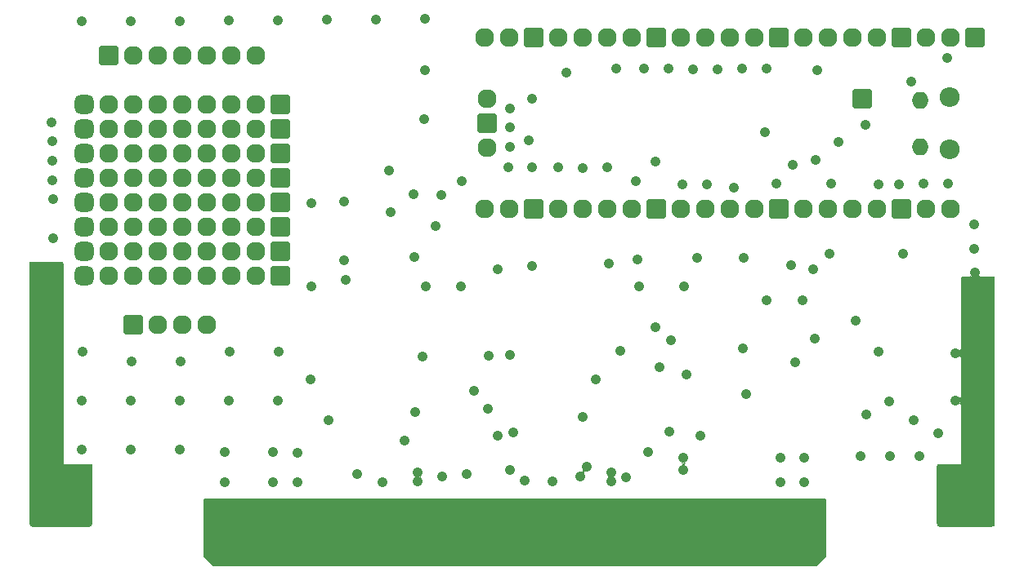
<source format=gbs>
G04 #@! TF.GenerationSoftware,KiCad,Pcbnew,(6.0.9-0)*
G04 #@! TF.CreationDate,2022-11-09T18:09:49+01:00*
G04 #@! TF.ProjectId,picocart64_v1_lite,7069636f-6361-4727-9436-345f76315f6c,rev?*
G04 #@! TF.SameCoordinates,Original*
G04 #@! TF.FileFunction,Soldermask,Bot*
G04 #@! TF.FilePolarity,Negative*
%FSLAX46Y46*%
G04 Gerber Fmt 4.6, Leading zero omitted, Abs format (unit mm)*
G04 Created by KiCad (PCBNEW (6.0.9-0)) date 2022-11-09 18:09:49*
%MOMM*%
%LPD*%
G01*
G04 APERTURE LIST*
G04 Aperture macros list*
%AMRoundRect*
0 Rectangle with rounded corners*
0 $1 Rounding radius*
0 $2 $3 $4 $5 $6 $7 $8 $9 X,Y pos of 4 corners*
0 Add a 4 corners polygon primitive as box body*
4,1,4,$2,$3,$4,$5,$6,$7,$8,$9,$2,$3,0*
0 Add four circle primitives for the rounded corners*
1,1,$1+$1,$2,$3*
1,1,$1+$1,$4,$5*
1,1,$1+$1,$6,$7*
1,1,$1+$1,$8,$9*
0 Add four rect primitives between the rounded corners*
20,1,$1+$1,$2,$3,$4,$5,0*
20,1,$1+$1,$4,$5,$6,$7,0*
20,1,$1+$1,$6,$7,$8,$9,0*
20,1,$1+$1,$8,$9,$2,$3,0*%
G04 Aperture macros list end*
%ADD10C,2.760000*%
%ADD11RoundRect,0.130000X0.850000X0.850000X-0.850000X0.850000X-0.850000X-0.850000X0.850000X-0.850000X0*%
%ADD12RoundRect,0.130000X0.850000X-0.850000X0.850000X0.850000X-0.850000X0.850000X-0.850000X-0.850000X0*%
%ADD13O,1.960000X1.960000*%
%ADD14RoundRect,0.555000X0.425000X-0.425000X0.425000X0.425000X-0.425000X0.425000X-0.425000X-0.425000X0*%
%ADD15O,2.060000X2.060000*%
%ADD16O,1.760000X1.760000*%
%ADD17RoundRect,0.130000X-0.850000X0.850000X-0.850000X-0.850000X0.850000X-0.850000X0.850000X0.850000X0*%
%ADD18C,1.060000*%
G04 APERTURE END LIST*
D10*
X102850000Y-112600000D03*
X197650000Y-112600000D03*
D11*
X197939990Y-65199997D03*
X186300000Y-71550000D03*
D12*
X110705000Y-95000000D03*
D13*
X113245000Y-95000000D03*
X115785000Y-95000000D03*
X118325000Y-95000000D03*
X115785000Y-74680000D03*
X110705000Y-79760000D03*
X108165000Y-89920000D03*
X115785000Y-72140000D03*
X108165000Y-82300000D03*
X110705000Y-84840000D03*
X115785000Y-84840000D03*
X123405000Y-77220000D03*
X118325000Y-72140000D03*
X108165000Y-72140000D03*
X120865000Y-77220000D03*
X108165000Y-84840000D03*
X110705000Y-72140000D03*
X123405000Y-82300000D03*
X113245000Y-74680000D03*
X108165000Y-77220000D03*
X115785000Y-79760000D03*
X118325000Y-77220000D03*
X115785000Y-82300000D03*
X120865000Y-89920000D03*
X120865000Y-87380000D03*
X120865000Y-84840000D03*
X113245000Y-77220000D03*
X115785000Y-87380000D03*
X110705000Y-82300000D03*
X108165000Y-87380000D03*
X118325000Y-79760000D03*
X110705000Y-74680000D03*
X108165000Y-79760000D03*
X123405000Y-79760000D03*
X113245000Y-87380000D03*
X115785000Y-89920000D03*
X110705000Y-77220000D03*
X123405000Y-72140000D03*
X120865000Y-72140000D03*
X113245000Y-79760000D03*
X113245000Y-72140000D03*
X123405000Y-87380000D03*
X115785000Y-77220000D03*
X123405000Y-84840000D03*
X113245000Y-84840000D03*
X113245000Y-82300000D03*
X118325000Y-89920000D03*
X118325000Y-87380000D03*
X118325000Y-82300000D03*
X108165000Y-74680000D03*
X110705000Y-89920000D03*
X110705000Y-87380000D03*
X113245000Y-89920000D03*
X120865000Y-79760000D03*
X123405000Y-74680000D03*
X120865000Y-82300000D03*
X120865000Y-74680000D03*
X123405000Y-89920000D03*
X118325000Y-84840000D03*
X118325000Y-74680000D03*
D14*
X105625000Y-79760000D03*
X105625000Y-72140000D03*
X105625000Y-87380000D03*
X105625000Y-89920000D03*
X105625000Y-84840000D03*
X105625000Y-82300000D03*
X105625000Y-74680000D03*
X105625000Y-77220000D03*
D12*
X125945000Y-87380000D03*
X125945000Y-74680000D03*
X125945000Y-72140000D03*
X125945000Y-89920000D03*
X125945000Y-84840000D03*
X125945000Y-82300000D03*
X125945000Y-77220000D03*
X125945000Y-79760000D03*
D15*
X195288600Y-76800000D03*
D16*
X192258600Y-76500000D03*
D15*
X195288600Y-71350000D03*
D16*
X192258600Y-71650000D03*
D13*
X195418600Y-65185000D03*
X192878600Y-65185000D03*
D17*
X190338600Y-65185000D03*
D13*
X187798600Y-65185000D03*
X185258600Y-65185000D03*
X182718600Y-65185000D03*
X180178600Y-65185000D03*
D17*
X177638600Y-65185000D03*
D13*
X175098600Y-65185000D03*
X172558600Y-65185000D03*
X170018600Y-65185000D03*
X167478600Y-65185000D03*
D17*
X164938600Y-65185000D03*
D13*
X162398600Y-65185000D03*
X159858600Y-65185000D03*
X157318600Y-65185000D03*
X154778600Y-65185000D03*
D17*
X152238600Y-65185000D03*
D13*
X149698600Y-65185000D03*
X147158600Y-65185000D03*
X147158600Y-82965000D03*
X149698600Y-82965000D03*
D17*
X152238600Y-82965000D03*
D13*
X154778600Y-82965000D03*
X157318600Y-82965000D03*
X159858600Y-82965000D03*
X162398600Y-82965000D03*
D17*
X164938600Y-82965000D03*
D13*
X167478600Y-82965000D03*
X170018600Y-82965000D03*
X172558600Y-82965000D03*
X175098600Y-82965000D03*
D17*
X177638600Y-82965000D03*
D13*
X180178600Y-82965000D03*
X182718600Y-82965000D03*
X185258600Y-82965000D03*
X187798600Y-82965000D03*
D17*
X190338600Y-82965000D03*
D13*
X192878600Y-82965000D03*
X195418600Y-82965000D03*
X147388600Y-71535000D03*
D17*
X147388600Y-74075000D03*
D13*
X147388600Y-76615000D03*
D12*
X108165000Y-67060000D03*
D13*
X110705000Y-67060000D03*
X113245000Y-67060000D03*
X115785000Y-67060000D03*
X118325000Y-67060000D03*
X120865000Y-67060000D03*
X123405000Y-67060000D03*
D18*
X180250000Y-111350000D03*
X180250000Y-108800000D03*
X177750000Y-111350000D03*
X177750000Y-108750000D03*
X167750000Y-108800000D03*
X167750000Y-110050000D03*
X127750000Y-111350000D03*
X127750000Y-108250000D03*
X125250000Y-108150000D03*
X125250000Y-111350000D03*
X120250000Y-111350000D03*
X120250000Y-108200000D03*
X130810000Y-63336550D03*
X141075000Y-91006500D03*
X140905318Y-73660000D03*
X181610000Y-68538966D03*
X115589704Y-102837791D03*
X190500000Y-87630000D03*
X105410000Y-63500000D03*
X101425000Y-92053295D03*
X177380000Y-80364914D03*
X192620000Y-80364914D03*
X110490000Y-107937495D03*
X115570000Y-107917791D03*
X197953903Y-92060000D03*
X157275000Y-78710000D03*
X168075000Y-100110000D03*
X180047000Y-92460000D03*
X189175000Y-108563500D03*
X181375000Y-96410000D03*
X137275000Y-79010000D03*
X138825000Y-107010000D03*
X105429704Y-102870000D03*
X148475000Y-89210000D03*
X164825000Y-78010000D03*
X129150000Y-100650000D03*
X125730000Y-102814488D03*
X183075000Y-80308167D03*
X152075000Y-78610000D03*
X102356903Y-77960000D03*
X110545560Y-98779704D03*
X102322855Y-75960000D03*
X179275000Y-98910000D03*
X115570000Y-63459124D03*
X162975000Y-88210000D03*
X101384142Y-89553295D03*
X176375000Y-68410000D03*
X197872187Y-87060000D03*
X132600000Y-88300000D03*
X101596097Y-107053295D03*
X173925000Y-97460000D03*
X179075000Y-78410000D03*
X167775000Y-91006500D03*
X102288806Y-73960000D03*
X187958792Y-80395000D03*
X120650000Y-63418266D03*
X172975000Y-80710000D03*
X164075000Y-108210000D03*
X162775000Y-80110000D03*
X197831329Y-84560000D03*
X115625560Y-98760000D03*
X149775000Y-98110000D03*
X147475000Y-103710000D03*
X171295000Y-68432806D03*
X195160000Y-80336540D03*
X176175000Y-75010000D03*
X195075000Y-67260000D03*
X102390951Y-79960000D03*
X185575000Y-94510000D03*
X159875000Y-78610000D03*
X139875000Y-87910000D03*
X173835000Y-68421403D03*
X149776384Y-74510000D03*
X149748011Y-72510000D03*
X190080000Y-80393288D03*
X195875000Y-97910000D03*
X163679048Y-68410000D03*
X120669704Y-102818088D03*
X168755000Y-68432805D03*
X137375000Y-83310000D03*
X139975000Y-104010000D03*
X144675000Y-91006500D03*
X197913045Y-89560000D03*
X169125000Y-88015000D03*
X198076477Y-99560000D03*
X129200000Y-82350000D03*
X120705560Y-97738088D03*
X135890000Y-63295692D03*
X183825000Y-76010000D03*
X197994761Y-94560000D03*
X159975000Y-88610000D03*
X152075000Y-71510000D03*
X195875000Y-102870000D03*
X101465858Y-94553295D03*
X181164600Y-89208800D03*
X182880000Y-87587963D03*
X191325000Y-69760000D03*
X169531400Y-106480800D03*
X101588432Y-102053295D03*
X198124999Y-104560000D03*
X154775000Y-78610000D03*
X192175000Y-108563500D03*
X198125000Y-107060000D03*
X102425000Y-85960000D03*
X152075000Y-88910000D03*
X102425000Y-81960000D03*
X149575000Y-78610000D03*
X101547574Y-99553295D03*
X170180000Y-80400496D03*
X140946176Y-68580000D03*
X186575000Y-74260000D03*
X150075000Y-106110000D03*
X166300000Y-106050000D03*
X142075000Y-84710000D03*
X140727800Y-98251200D03*
X125730000Y-63377408D03*
X105410000Y-107950000D03*
X186075000Y-108563500D03*
X132600000Y-82200000D03*
X173975000Y-88010000D03*
X187960000Y-97759352D03*
X105465560Y-97790000D03*
X110509704Y-102857495D03*
X160775000Y-68410000D03*
X101506716Y-97053295D03*
X198035619Y-97060000D03*
X151675000Y-75810000D03*
X167640000Y-80424141D03*
X163175000Y-91006500D03*
X166179048Y-68410000D03*
X139775000Y-81410000D03*
X101596096Y-104553295D03*
X198117335Y-102060000D03*
X155575000Y-68810000D03*
X149804758Y-76510000D03*
X129200000Y-91006500D03*
X125765856Y-97734488D03*
X110490000Y-63499982D03*
X140970000Y-63254834D03*
X174225000Y-102210000D03*
X130950000Y-104850000D03*
X136575000Y-111310000D03*
X142675000Y-81510000D03*
X160241000Y-110259000D03*
X140241000Y-110259000D03*
X140241000Y-111259000D03*
X160241000Y-111252000D03*
X144775000Y-80110000D03*
X133975000Y-110510000D03*
X194175000Y-106210000D03*
X191575000Y-104910000D03*
X189075000Y-102910000D03*
X186675000Y-104260000D03*
X165275000Y-99360000D03*
X166425000Y-96610000D03*
X146075000Y-101810000D03*
X147575000Y-98210000D03*
X142750000Y-110700000D03*
X164825000Y-95210000D03*
X145250000Y-110510000D03*
X161175000Y-97660000D03*
X151275000Y-111110000D03*
X154200000Y-111200000D03*
X158625000Y-100660000D03*
X181400000Y-77855000D03*
X178875000Y-88810000D03*
X176375000Y-92410000D03*
X161775000Y-110810000D03*
X148475000Y-106510000D03*
X149775000Y-110010000D03*
X157050000Y-110750000D03*
X157750000Y-109700000D03*
X157325000Y-104510000D03*
X132750000Y-90350000D03*
G36*
X103442121Y-88520002D02*
G01*
X103488614Y-88573658D01*
X103500000Y-88626000D01*
X103500000Y-109481885D01*
X103504475Y-109497124D01*
X103505865Y-109498329D01*
X103513548Y-109500000D01*
X103520838Y-109500000D01*
X103588959Y-109520002D01*
X103635452Y-109573658D01*
X103645556Y-109643932D01*
X103616062Y-109708512D01*
X103556336Y-109746896D01*
X103539329Y-109750636D01*
X103531018Y-109751869D01*
X103518709Y-109753081D01*
X103503094Y-109753848D01*
X103496912Y-109754000D01*
X100126000Y-109754000D01*
X100057879Y-109733998D01*
X100011386Y-109680342D01*
X100000000Y-109628000D01*
X100000000Y-88626000D01*
X100020002Y-88557879D01*
X100073658Y-88511386D01*
X100126000Y-88500000D01*
X103374000Y-88500000D01*
X103442121Y-88520002D01*
G37*
G36*
X199942121Y-90020002D02*
G01*
X199988614Y-90073658D01*
X200000000Y-90126000D01*
X200000000Y-109628000D01*
X199979998Y-109696121D01*
X199926342Y-109742614D01*
X199874000Y-109754000D01*
X196503088Y-109754000D01*
X196496906Y-109753848D01*
X196481291Y-109753081D01*
X196468982Y-109751869D01*
X196460671Y-109750636D01*
X196396223Y-109720854D01*
X196358108Y-109660956D01*
X196358426Y-109589960D01*
X196397077Y-109530407D01*
X196461790Y-109501203D01*
X196479162Y-109500000D01*
X196481885Y-109500000D01*
X196497124Y-109495525D01*
X196498329Y-109494135D01*
X196500000Y-109486452D01*
X196500000Y-90126000D01*
X196520002Y-90057879D01*
X196573658Y-90011386D01*
X196626000Y-90000000D01*
X199874000Y-90000000D01*
X199942121Y-90020002D01*
G37*
G36*
X182442121Y-113020002D02*
G01*
X182488614Y-113073658D01*
X182500000Y-113126000D01*
X182500000Y-118947810D01*
X182479998Y-119015931D01*
X182463095Y-119036905D01*
X181536905Y-119963095D01*
X181474593Y-119997121D01*
X181447810Y-120000000D01*
X119052190Y-120000000D01*
X118984069Y-119979998D01*
X118963095Y-119963095D01*
X118036905Y-119036905D01*
X118002879Y-118974593D01*
X118000000Y-118947810D01*
X118000000Y-113126000D01*
X118020002Y-113057879D01*
X118073658Y-113011386D01*
X118126000Y-113000000D01*
X182374000Y-113000000D01*
X182442121Y-113020002D01*
G37*
G36*
X199942121Y-109266002D02*
G01*
X199988614Y-109319658D01*
X200000000Y-109372000D01*
X200000000Y-115491742D01*
X199998922Y-115508188D01*
X199985128Y-115612963D01*
X199976615Y-115644735D01*
X199939361Y-115734674D01*
X199922914Y-115763160D01*
X199863651Y-115840393D01*
X199840393Y-115863651D01*
X199763160Y-115922914D01*
X199734674Y-115939361D01*
X199644735Y-115976615D01*
X199612963Y-115985128D01*
X199508188Y-115998922D01*
X199491742Y-116000000D01*
X194508258Y-116000000D01*
X194491812Y-115998922D01*
X194387037Y-115985128D01*
X194355265Y-115976615D01*
X194265326Y-115939361D01*
X194236840Y-115922914D01*
X194159607Y-115863651D01*
X194136349Y-115840393D01*
X194077086Y-115763160D01*
X194060639Y-115734674D01*
X194023385Y-115644735D01*
X194014872Y-115612963D01*
X194001078Y-115508188D01*
X194000000Y-115491742D01*
X194000000Y-109626000D01*
X194020002Y-109557879D01*
X194073658Y-109511386D01*
X194126000Y-109500000D01*
X196481885Y-109500000D01*
X196497124Y-109495525D01*
X196498329Y-109494135D01*
X196500000Y-109486452D01*
X196500000Y-109372000D01*
X196520002Y-109303879D01*
X196573658Y-109257386D01*
X196626000Y-109246000D01*
X199874000Y-109246000D01*
X199942121Y-109266002D01*
G37*
G36*
X103442121Y-109266002D02*
G01*
X103488614Y-109319658D01*
X103500000Y-109372000D01*
X103500000Y-109481885D01*
X103504475Y-109497124D01*
X103505865Y-109498329D01*
X103513548Y-109500000D01*
X106374000Y-109500000D01*
X106442121Y-109520002D01*
X106488614Y-109573658D01*
X106500000Y-109626000D01*
X106500000Y-115491742D01*
X106498922Y-115508188D01*
X106485128Y-115612963D01*
X106476615Y-115644735D01*
X106439361Y-115734674D01*
X106422914Y-115763160D01*
X106363651Y-115840393D01*
X106340393Y-115863651D01*
X106263160Y-115922914D01*
X106234674Y-115939361D01*
X106144735Y-115976615D01*
X106112963Y-115985128D01*
X106008188Y-115998922D01*
X105991742Y-116000000D01*
X100508258Y-116000000D01*
X100491812Y-115998922D01*
X100387037Y-115985128D01*
X100355265Y-115976615D01*
X100265326Y-115939361D01*
X100236840Y-115922914D01*
X100159607Y-115863651D01*
X100136349Y-115840393D01*
X100077086Y-115763160D01*
X100060639Y-115734674D01*
X100023385Y-115644735D01*
X100014872Y-115612963D01*
X100001078Y-115508188D01*
X100000000Y-115491742D01*
X100000000Y-109372000D01*
X100020002Y-109303879D01*
X100073658Y-109257386D01*
X100126000Y-109246000D01*
X103374000Y-109246000D01*
X103442121Y-109266002D01*
G37*
G36*
X182480771Y-112993068D02*
G01*
X182499430Y-112998068D01*
X182500718Y-112999356D01*
X182501000Y-112999356D01*
X182501932Y-113000570D01*
X182506932Y-113019231D01*
X182507000Y-113019749D01*
X182507000Y-118980253D01*
X182506932Y-118980771D01*
X182501932Y-118999432D01*
X182501510Y-118999854D01*
X182501535Y-118999879D01*
X182501535Y-119000915D01*
X182499000Y-119010375D01*
X182498654Y-119011075D01*
X182498167Y-119011709D01*
X182497995Y-119011905D01*
X181518916Y-119990984D01*
X181518502Y-119991302D01*
X181501769Y-120000963D01*
X181501169Y-120000963D01*
X181501169Y-120001000D01*
X181500437Y-120001732D01*
X181491957Y-120006628D01*
X181491219Y-120006879D01*
X181490431Y-120006983D01*
X181490169Y-120007000D01*
X119019749Y-120007000D01*
X119019231Y-120006932D01*
X119000571Y-120001932D01*
X119000146Y-120001507D01*
X119000119Y-120001533D01*
X118999083Y-120001533D01*
X118989625Y-119998999D01*
X118988926Y-119998654D01*
X118988290Y-119998166D01*
X118988093Y-119997993D01*
X118009016Y-119018916D01*
X118008698Y-119018502D01*
X117999037Y-119001769D01*
X117999037Y-119001169D01*
X117999000Y-119001169D01*
X117998268Y-119000437D01*
X117997599Y-118999279D01*
X118002000Y-118999279D01*
X118002183Y-118999355D01*
X119000904Y-119998076D01*
X119001089Y-119998000D01*
X181499279Y-119998000D01*
X181499355Y-119997817D01*
X182498076Y-118999096D01*
X182498000Y-118998914D01*
X182498000Y-113002000D01*
X118002000Y-113002000D01*
X118002000Y-118999279D01*
X117997599Y-118999279D01*
X117993372Y-118991957D01*
X117993121Y-118991219D01*
X117993017Y-118990431D01*
X117993000Y-118990169D01*
X117993000Y-113019749D01*
X117993068Y-113019231D01*
X117998068Y-113000570D01*
X117999356Y-112999282D01*
X117999356Y-112999000D01*
X118000570Y-112998068D01*
X118019231Y-112993068D01*
X118019749Y-112993000D01*
X182480253Y-112993000D01*
X182480771Y-112993068D01*
G37*
G36*
X103480771Y-88493068D02*
G01*
X103499430Y-88498068D01*
X103500718Y-88499356D01*
X103501000Y-88499356D01*
X103501932Y-88500570D01*
X103506932Y-88519231D01*
X103507000Y-88519749D01*
X103507000Y-109344737D01*
X103526890Y-109418967D01*
X103581034Y-109473110D01*
X103655263Y-109493000D01*
X106480253Y-109493000D01*
X106480771Y-109493068D01*
X106499430Y-109498068D01*
X106500718Y-109499356D01*
X106501000Y-109499356D01*
X106501932Y-109500570D01*
X106506932Y-109519231D01*
X106507000Y-109519749D01*
X106507000Y-115495088D01*
X106506996Y-115495219D01*
X106506312Y-115505649D01*
X106506299Y-115505779D01*
X106491186Y-115620576D01*
X106491135Y-115620833D01*
X106485751Y-115640926D01*
X106485667Y-115641173D01*
X106443243Y-115743595D01*
X106443127Y-115743830D01*
X106432727Y-115761842D01*
X106432582Y-115762060D01*
X106365089Y-115850018D01*
X106364916Y-115850214D01*
X106350214Y-115864916D01*
X106350018Y-115865089D01*
X106262060Y-115932582D01*
X106261842Y-115932727D01*
X106243830Y-115943127D01*
X106243595Y-115943243D01*
X106141173Y-115985667D01*
X106140926Y-115985751D01*
X106120833Y-115991135D01*
X106120576Y-115991186D01*
X106005779Y-116006299D01*
X106005649Y-116006312D01*
X105995219Y-116006996D01*
X105995088Y-116007000D01*
X100504912Y-116007000D01*
X100504781Y-116006996D01*
X100494351Y-116006312D01*
X100494221Y-116006299D01*
X100379424Y-115991186D01*
X100379167Y-115991135D01*
X100359074Y-115985751D01*
X100358827Y-115985667D01*
X100256405Y-115943243D01*
X100256170Y-115943127D01*
X100238158Y-115932727D01*
X100237940Y-115932582D01*
X100149982Y-115865089D01*
X100149786Y-115864916D01*
X100135084Y-115850214D01*
X100134911Y-115850018D01*
X100067418Y-115762060D01*
X100067273Y-115761842D01*
X100056873Y-115743830D01*
X100056757Y-115743595D01*
X100014333Y-115641173D01*
X100014249Y-115640926D01*
X100008865Y-115620833D01*
X100008814Y-115620576D01*
X99993701Y-115505779D01*
X99993688Y-115505649D01*
X99993309Y-115499868D01*
X100002000Y-115499868D01*
X100018986Y-115628888D01*
X100068733Y-115748990D01*
X100147874Y-115852126D01*
X100251010Y-115931267D01*
X100371112Y-115981014D01*
X100500132Y-115998000D01*
X105999868Y-115998000D01*
X106128888Y-115981014D01*
X106248990Y-115931267D01*
X106352126Y-115852126D01*
X106431267Y-115748990D01*
X106481014Y-115628888D01*
X106498000Y-115499868D01*
X106498000Y-109502000D01*
X103500000Y-109502000D01*
X103498268Y-109501000D01*
X103498000Y-109500000D01*
X103498000Y-88502000D01*
X100002000Y-88502000D01*
X100002000Y-115499868D01*
X99993309Y-115499868D01*
X99993004Y-115495219D01*
X99993000Y-115495088D01*
X99993000Y-88519749D01*
X99993068Y-88519231D01*
X99998068Y-88500570D01*
X99999356Y-88499282D01*
X99999356Y-88499000D01*
X100000570Y-88498068D01*
X100019231Y-88493068D01*
X100019749Y-88493000D01*
X103480253Y-88493000D01*
X103480771Y-88493068D01*
G37*
G36*
X197428783Y-89758770D02*
G01*
X197455798Y-89823990D01*
X197539705Y-89933340D01*
X197624510Y-89998413D01*
X197625275Y-90000261D01*
X197624057Y-90001848D01*
X197623292Y-90002000D01*
X196502000Y-90002000D01*
X196502000Y-109500000D01*
X196501000Y-109501732D01*
X196500000Y-109502000D01*
X194002000Y-109502000D01*
X194002000Y-115499868D01*
X194018986Y-115628888D01*
X194068733Y-115748990D01*
X194147874Y-115852126D01*
X194251010Y-115931267D01*
X194371112Y-115981014D01*
X194500132Y-115998000D01*
X199499868Y-115998000D01*
X199628888Y-115981014D01*
X199748990Y-115931267D01*
X199852126Y-115852126D01*
X199931267Y-115748990D01*
X199981014Y-115628888D01*
X199998000Y-115499868D01*
X199998000Y-90002000D01*
X198202798Y-90002000D01*
X198201066Y-90001000D01*
X198201066Y-89999000D01*
X198201580Y-89998413D01*
X198286385Y-89933340D01*
X198370292Y-89823990D01*
X198385012Y-89788451D01*
X198386599Y-89787233D01*
X198388447Y-89787998D01*
X198388846Y-89789456D01*
X198379602Y-89865844D01*
X198409646Y-89936279D01*
X198470939Y-89982299D01*
X198526249Y-89993000D01*
X199980253Y-89993000D01*
X199980771Y-89993068D01*
X199999430Y-89998068D01*
X200000718Y-89999356D01*
X200001000Y-89999356D01*
X200001932Y-90000570D01*
X200006932Y-90019231D01*
X200007000Y-90019749D01*
X200007000Y-115495088D01*
X200006996Y-115495219D01*
X200006312Y-115505649D01*
X200006299Y-115505779D01*
X199991186Y-115620576D01*
X199991135Y-115620833D01*
X199985751Y-115640926D01*
X199985667Y-115641173D01*
X199943243Y-115743595D01*
X199943127Y-115743830D01*
X199932727Y-115761842D01*
X199932582Y-115762060D01*
X199865089Y-115850018D01*
X199864916Y-115850214D01*
X199850214Y-115864916D01*
X199850018Y-115865089D01*
X199762060Y-115932582D01*
X199761842Y-115932727D01*
X199743830Y-115943127D01*
X199743595Y-115943243D01*
X199641173Y-115985667D01*
X199640926Y-115985751D01*
X199620833Y-115991135D01*
X199620576Y-115991186D01*
X199505779Y-116006299D01*
X199505649Y-116006312D01*
X199495219Y-116006996D01*
X199495088Y-116007000D01*
X194504912Y-116007000D01*
X194504781Y-116006996D01*
X194494351Y-116006312D01*
X194494221Y-116006299D01*
X194379424Y-115991186D01*
X194379167Y-115991135D01*
X194359074Y-115985751D01*
X194358827Y-115985667D01*
X194256405Y-115943243D01*
X194256170Y-115943127D01*
X194238158Y-115932727D01*
X194237940Y-115932582D01*
X194149982Y-115865089D01*
X194149786Y-115864916D01*
X194135084Y-115850214D01*
X194134911Y-115850018D01*
X194067418Y-115762060D01*
X194067273Y-115761842D01*
X194056873Y-115743830D01*
X194056757Y-115743595D01*
X194014333Y-115641173D01*
X194014249Y-115640926D01*
X194008865Y-115620833D01*
X194008814Y-115620576D01*
X193993701Y-115505779D01*
X193993688Y-115505649D01*
X193993004Y-115495219D01*
X193993000Y-115495088D01*
X193993000Y-109519749D01*
X193993068Y-109519231D01*
X193998068Y-109500570D01*
X193999356Y-109499282D01*
X193999356Y-109499000D01*
X194000570Y-109498068D01*
X194019231Y-109493068D01*
X194019749Y-109493000D01*
X196344737Y-109493000D01*
X196418967Y-109473110D01*
X196473110Y-109418967D01*
X196493000Y-109344737D01*
X196493000Y-103356626D01*
X196473110Y-103282397D01*
X196418967Y-103228253D01*
X196345001Y-103208434D01*
X196270863Y-103228299D01*
X196257639Y-103237644D01*
X196255648Y-103237827D01*
X196254493Y-103236194D01*
X196254898Y-103234793D01*
X196332247Y-103133990D01*
X196384992Y-103006652D01*
X196402983Y-102870000D01*
X196384992Y-102733348D01*
X196332247Y-102606010D01*
X196252746Y-102502402D01*
X196252485Y-102500419D01*
X196254072Y-102499201D01*
X196255232Y-102499397D01*
X196315003Y-102529458D01*
X196391449Y-102525051D01*
X196455450Y-102483011D01*
X196489930Y-102414452D01*
X196493000Y-102384498D01*
X196493000Y-98396626D01*
X196473110Y-98322397D01*
X196418967Y-98268253D01*
X196345001Y-98248434D01*
X196270863Y-98268299D01*
X196257639Y-98277644D01*
X196255648Y-98277827D01*
X196254493Y-98276194D01*
X196254898Y-98274793D01*
X196332247Y-98173990D01*
X196384992Y-98046652D01*
X196402983Y-97910000D01*
X196384992Y-97773348D01*
X196332247Y-97646010D01*
X196252746Y-97542402D01*
X196252485Y-97540419D01*
X196254072Y-97539201D01*
X196255232Y-97539397D01*
X196315003Y-97569458D01*
X196391449Y-97565051D01*
X196455450Y-97523011D01*
X196489930Y-97454452D01*
X196493000Y-97424498D01*
X196493000Y-90019749D01*
X196493068Y-90019231D01*
X196498068Y-90000570D01*
X196499356Y-89999282D01*
X196499356Y-89999000D01*
X196500570Y-89998068D01*
X196519231Y-89993068D01*
X196519749Y-89993000D01*
X197298220Y-89993000D01*
X197372450Y-89973110D01*
X197426593Y-89918967D01*
X197446436Y-89844911D01*
X197437409Y-89793974D01*
X197425057Y-89760222D01*
X197425401Y-89758252D01*
X197427279Y-89757565D01*
X197428783Y-89758770D01*
G37*
G36*
X139900220Y-110657324D02*
G01*
X139977010Y-110716247D01*
X140075763Y-110757152D01*
X140076981Y-110758739D01*
X140076216Y-110760587D01*
X140075763Y-110760848D01*
X139977010Y-110801753D01*
X139891097Y-110867676D01*
X139889114Y-110867937D01*
X139887896Y-110866350D01*
X139888219Y-110864974D01*
X139927289Y-110806830D01*
X139932498Y-110730435D01*
X139898715Y-110661477D01*
X139897573Y-110660310D01*
X139897076Y-110658373D01*
X139898505Y-110656974D01*
X139900220Y-110657324D01*
G37*
G36*
X159897826Y-110655487D02*
G01*
X159977010Y-110716247D01*
X160067314Y-110753652D01*
X160068532Y-110755239D01*
X160067767Y-110757087D01*
X160067314Y-110757348D01*
X159977010Y-110794753D01*
X159887740Y-110863252D01*
X159885757Y-110863513D01*
X159884539Y-110861926D01*
X159884862Y-110860549D01*
X159923362Y-110803257D01*
X159928570Y-110726863D01*
X159894812Y-110657954D01*
X159894948Y-110655958D01*
X159896744Y-110655079D01*
X159897826Y-110655487D01*
G37*
G36*
X140595406Y-110650651D02*
G01*
X140595071Y-110652045D01*
X140555373Y-110709806D01*
X140549366Y-110786144D01*
X140582419Y-110855441D01*
X140585209Y-110858290D01*
X140585706Y-110860227D01*
X140584277Y-110861626D01*
X140582562Y-110861276D01*
X140504990Y-110801753D01*
X140406237Y-110760848D01*
X140405019Y-110759261D01*
X140405784Y-110757413D01*
X140406237Y-110757152D01*
X140504990Y-110716247D01*
X140592205Y-110649325D01*
X140594188Y-110649064D01*
X140595406Y-110650651D01*
G37*
G36*
X160598910Y-110647962D02*
G01*
X160598575Y-110649356D01*
X160559385Y-110706380D01*
X160553377Y-110782718D01*
X160586429Y-110852012D01*
X160587265Y-110852866D01*
X160587762Y-110854803D01*
X160586334Y-110856203D01*
X160584618Y-110855853D01*
X160504990Y-110794753D01*
X160414686Y-110757348D01*
X160413468Y-110755761D01*
X160414233Y-110753913D01*
X160414686Y-110753652D01*
X160504990Y-110716247D01*
X160595709Y-110646636D01*
X160597692Y-110646375D01*
X160598910Y-110647962D01*
G37*
G36*
X157326447Y-110007901D02*
G01*
X157376660Y-110073340D01*
X157486010Y-110157247D01*
X157613348Y-110209992D01*
X157625557Y-110211600D01*
X157627144Y-110212818D01*
X157626883Y-110214801D01*
X157625306Y-110215583D01*
X157561106Y-110215919D01*
X157494991Y-110254553D01*
X157457054Y-110321066D01*
X157457456Y-110397739D01*
X157477299Y-110440489D01*
X157477121Y-110442481D01*
X157475307Y-110443323D01*
X157473898Y-110442549D01*
X157423340Y-110376660D01*
X157313990Y-110292753D01*
X157186652Y-110240008D01*
X157177604Y-110238817D01*
X157176017Y-110237599D01*
X157176278Y-110235617D01*
X157177834Y-110234834D01*
X157240331Y-110233851D01*
X157306034Y-110194528D01*
X157343275Y-110127619D01*
X157342070Y-110050944D01*
X157323046Y-110009961D01*
X157323224Y-110007969D01*
X157325038Y-110007127D01*
X157326447Y-110007901D01*
G37*
G36*
X167613348Y-109309992D02*
G01*
X167750000Y-109327983D01*
X167886652Y-109309992D01*
X167963195Y-109278287D01*
X167965178Y-109278548D01*
X167965943Y-109280396D01*
X167964859Y-109281922D01*
X167944780Y-109292020D01*
X167887407Y-109343137D01*
X167863363Y-109415840D01*
X167878891Y-109490822D01*
X167929976Y-109548160D01*
X167941833Y-109555172D01*
X167971088Y-109570662D01*
X167972151Y-109572357D01*
X167971215Y-109574124D01*
X167969387Y-109574278D01*
X167886652Y-109540008D01*
X167750000Y-109522017D01*
X167613348Y-109540008D01*
X167533646Y-109573022D01*
X167531663Y-109572761D01*
X167530898Y-109570913D01*
X167531964Y-109569397D01*
X167555296Y-109557354D01*
X167612135Y-109505634D01*
X167635415Y-109432687D01*
X167619103Y-109357870D01*
X167567409Y-109301060D01*
X167558252Y-109295644D01*
X167525971Y-109278117D01*
X167524926Y-109276411D01*
X167525880Y-109274654D01*
X167527690Y-109274511D01*
X167613348Y-109309992D01*
G37*
M02*

</source>
